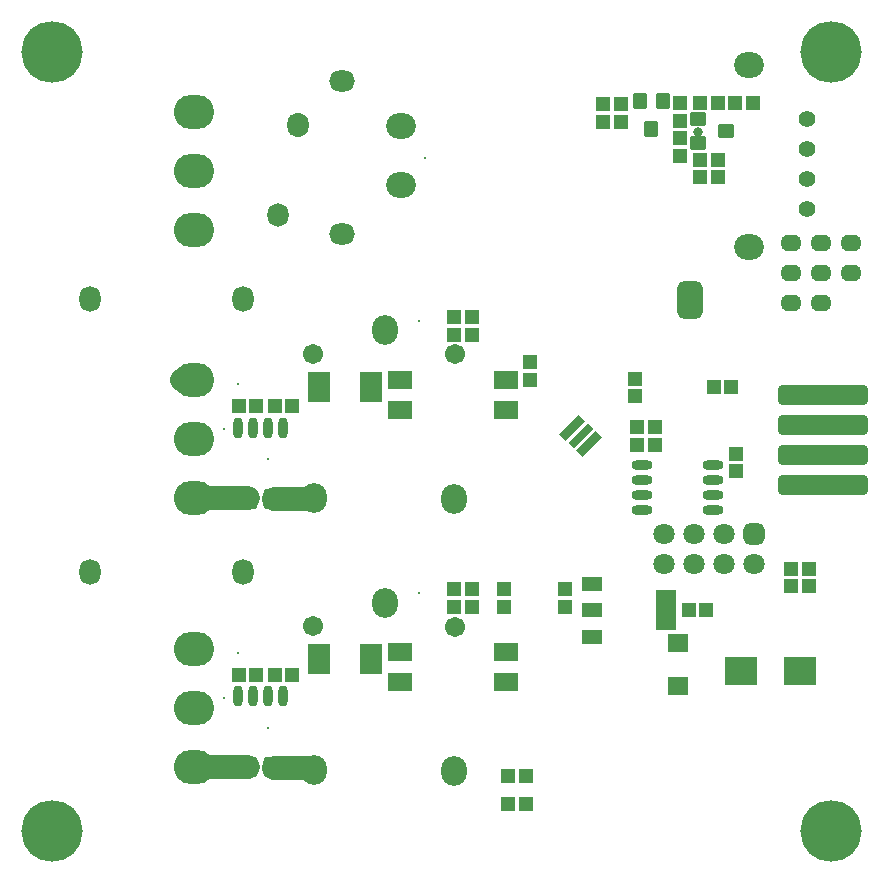
<source format=gbs>
G04 Layer_Color=16711935*
%FSLAX44Y44*%
%MOMM*%
G71*
G01*
G75*
%ADD29C,2.0000*%
G04:AMPARAMS|DCode=67|XSize=1.7272mm|YSize=7.7032mm|CornerRadius=0.4826mm|HoleSize=0mm|Usage=FLASHONLY|Rotation=90.000|XOffset=0mm|YOffset=0mm|HoleType=Round|Shape=RoundedRectangle|*
%AMROUNDEDRECTD67*
21,1,1.7272,6.7380,0,0,90.0*
21,1,0.7620,7.7032,0,0,90.0*
1,1,0.9652,3.3690,0.3810*
1,1,0.9652,3.3690,-0.3810*
1,1,0.9652,-3.3690,-0.3810*
1,1,0.9652,-3.3690,0.3810*
%
%ADD67ROUNDEDRECTD67*%
%ADD71R,1.2032X1.2032*%
G04:AMPARAMS|DCode=72|XSize=1.2032mm|YSize=1.4032mm|CornerRadius=0.2266mm|HoleSize=0mm|Usage=FLASHONLY|Rotation=180.000|XOffset=0mm|YOffset=0mm|HoleType=Round|Shape=RoundedRectangle|*
%AMROUNDEDRECTD72*
21,1,1.2032,0.9500,0,0,180.0*
21,1,0.7500,1.4032,0,0,180.0*
1,1,0.4532,-0.3750,0.4750*
1,1,0.4532,0.3750,0.4750*
1,1,0.4532,0.3750,-0.4750*
1,1,0.4532,-0.3750,-0.4750*
%
%ADD72ROUNDEDRECTD72*%
%ADD75C,0.2032*%
%ADD76O,1.8032X2.2032*%
%ADD77C,5.2032*%
%ADD78O,3.4032X2.9032*%
%ADD79C,1.4032*%
%ADD80C,1.4040*%
%ADD81O,2.2032X1.8032*%
%ADD82O,1.8032X2.0032*%
%ADD83O,1.8032X2.1032*%
%ADD84O,2.5032X2.2032*%
%ADD85C,1.8032*%
G04:AMPARAMS|DCode=86|XSize=1.8032mm|YSize=1.8032mm|CornerRadius=0.5016mm|HoleSize=0mm|Usage=FLASHONLY|Rotation=0.000|XOffset=0mm|YOffset=0mm|HoleType=Round|Shape=RoundedRectangle|*
%AMROUNDEDRECTD86*
21,1,1.8032,0.8000,0,0,0.0*
21,1,0.8000,1.8032,0,0,0.0*
1,1,1.0032,0.4000,-0.4000*
1,1,1.0032,-0.4000,-0.4000*
1,1,1.0032,-0.4000,0.4000*
1,1,1.0032,0.4000,0.4000*
%
%ADD86ROUNDEDRECTD86*%
%ADD87O,1.8032X1.4032*%
%ADD88O,2.2032X2.5032*%
%ADD89C,1.7032*%
%ADD90C,0.8032*%
%ADD91R,1.2032X1.2032*%
%ADD92O,1.8032X0.8032*%
G04:AMPARAMS|DCode=93|XSize=0.7532mm|YSize=2.3032mm|CornerRadius=0mm|HoleSize=0mm|Usage=FLASHONLY|Rotation=315.000|XOffset=0mm|YOffset=0mm|HoleType=Round|Shape=Rectangle|*
%AMROTATEDRECTD93*
4,1,4,-1.0806,-0.5480,0.5480,1.0806,1.0806,0.5480,-0.5480,-1.0806,-1.0806,-0.5480,0.0*
%
%ADD93ROTATEDRECTD93*%

G04:AMPARAMS|DCode=94|XSize=0.6532mm|YSize=2.3032mm|CornerRadius=0mm|HoleSize=0mm|Usage=FLASHONLY|Rotation=315.000|XOffset=0mm|YOffset=0mm|HoleType=Round|Shape=Rectangle|*
%AMROTATEDRECTD94*
4,1,4,-1.0453,-0.5834,0.5834,1.0453,1.0453,0.5834,-0.5834,-1.0453,-1.0453,-0.5834,0.0*
%
%ADD94ROTATEDRECTD94*%

%ADD95R,1.8032X1.5032*%
%ADD96R,2.8032X2.4032*%
%ADD97R,1.7032X1.2032*%
%ADD98R,1.7032X3.4532*%
%ADD99R,2.0032X1.5032*%
%ADD100R,1.9032X2.6032*%
%ADD101O,0.8032X1.8032*%
G04:AMPARAMS|DCode=102|XSize=1.2032mm|YSize=1.4032mm|CornerRadius=0.2266mm|HoleSize=0mm|Usage=FLASHONLY|Rotation=270.000|XOffset=0mm|YOffset=0mm|HoleType=Round|Shape=RoundedRectangle|*
%AMROUNDEDRECTD102*
21,1,1.2032,0.9500,0,0,270.0*
21,1,0.7500,1.4032,0,0,270.0*
1,1,0.4532,-0.4750,-0.3750*
1,1,0.4532,-0.4750,0.3750*
1,1,0.4532,0.4750,0.3750*
1,1,0.4532,0.4750,-0.3750*
%
%ADD102ROUNDEDRECTD102*%
G04:AMPARAMS|DCode=103|XSize=3.2032mm|YSize=2.2032mm|CornerRadius=0.6016mm|HoleSize=0mm|Usage=FLASHONLY|Rotation=90.000|XOffset=0mm|YOffset=0mm|HoleType=Round|Shape=RoundedRectangle|*
%AMROUNDEDRECTD103*
21,1,3.2032,1.0000,0,0,90.0*
21,1,2.0000,2.2032,0,0,90.0*
1,1,1.2032,0.5000,1.0000*
1,1,1.2032,0.5000,-1.0000*
1,1,1.2032,-0.5000,-1.0000*
1,1,1.2032,-0.5000,1.0000*
%
%ADD103ROUNDEDRECTD103*%
D29*
X155194Y316988D02*
X201084D01*
X223266Y316650D02*
X257144D01*
X223266Y88900D02*
X257144D01*
X155194Y89238D02*
X201084D01*
X144954Y416988D02*
X155194D01*
D67*
X687832Y404132D02*
D03*
Y378732D02*
D03*
Y353332D02*
D03*
Y327932D02*
D03*
D71*
X528320Y403218D02*
D03*
Y418218D02*
D03*
X469392Y240030D02*
D03*
Y225030D02*
D03*
X418084D02*
D03*
Y240030D02*
D03*
X440182Y416934D02*
D03*
Y431934D02*
D03*
X613918Y354718D02*
D03*
X613918Y339718D02*
D03*
X501650Y650374D02*
D03*
Y635374D02*
D03*
X517144Y635374D02*
D03*
Y650374D02*
D03*
X566420Y636644D02*
D03*
Y651644D02*
D03*
Y606672D02*
D03*
Y621672D02*
D03*
D72*
X532544Y653350D02*
D03*
X542544Y629350D02*
D03*
X552544Y653350D02*
D03*
D75*
X217678Y349758D02*
D03*
Y122174D02*
D03*
X180848Y375832D02*
D03*
X192532Y413932D02*
D03*
Y186182D02*
D03*
X180848Y148082D02*
D03*
X350774Y604774D02*
D03*
X345948Y467140D02*
D03*
Y236728D02*
D03*
D76*
X66826Y486000D02*
D03*
X196826D02*
D03*
Y254508D02*
D03*
X66826D02*
D03*
D77*
X34998Y34998D02*
D03*
Y694998D02*
D03*
X694998D02*
D03*
X694998Y34998D02*
D03*
D78*
X155194Y139238D02*
D03*
Y189238D02*
D03*
Y89238D02*
D03*
Y316988D02*
D03*
Y416988D02*
D03*
Y366988D02*
D03*
Y594238D02*
D03*
Y644238D02*
D03*
Y544238D02*
D03*
D79*
X674624Y562102D02*
D03*
Y587502D02*
D03*
Y612902D02*
D03*
D80*
Y638302D02*
D03*
D81*
X280924Y540536D02*
D03*
Y670536D02*
D03*
D82*
X226704Y557122D02*
D03*
D83*
X243704Y633122D02*
D03*
D84*
X330774Y581806D02*
D03*
Y631806D02*
D03*
X624774Y529806D02*
D03*
Y683806D02*
D03*
D85*
X604266Y260858D02*
D03*
Y286258D02*
D03*
X629666Y260858D02*
D03*
X578866Y286258D02*
D03*
Y260858D02*
D03*
X553466Y286258D02*
D03*
Y260858D02*
D03*
D86*
X629666Y286258D02*
D03*
D87*
X660400Y533400D02*
D03*
X685800D02*
D03*
Y508000D02*
D03*
X660400D02*
D03*
Y482600D02*
D03*
X685800D02*
D03*
X711200Y533400D02*
D03*
Y508000D02*
D03*
D88*
X375762Y86072D02*
D03*
X257144Y86834D02*
D03*
X317088Y228566D02*
D03*
Y458978D02*
D03*
X257144Y317246D02*
D03*
X375762Y316484D02*
D03*
D89*
X256128Y209008D02*
D03*
X376016Y208246D02*
D03*
Y438658D02*
D03*
X256128Y439420D02*
D03*
D90*
X581598Y626680D02*
D03*
D91*
X223640Y167132D02*
D03*
X238640D02*
D03*
X208160D02*
D03*
X193160D02*
D03*
X530472Y376936D02*
D03*
X545472D02*
D03*
X435998Y81788D02*
D03*
X420998D02*
D03*
X435998Y57658D02*
D03*
X420998D02*
D03*
X675774Y257302D02*
D03*
X660774D02*
D03*
X675774Y242316D02*
D03*
X660774D02*
D03*
X589160Y222250D02*
D03*
X574160D02*
D03*
X390278Y240030D02*
D03*
X375278D02*
D03*
X390278Y225044D02*
D03*
X375278D02*
D03*
X390278Y470154D02*
D03*
X375278D02*
D03*
X390278Y455168D02*
D03*
X375278D02*
D03*
X223640Y394970D02*
D03*
X238640D02*
D03*
X208160D02*
D03*
X193160D02*
D03*
X610242Y411226D02*
D03*
X595242Y411226D02*
D03*
X598558Y651764D02*
D03*
X583558D02*
D03*
X598558Y603504D02*
D03*
X583558D02*
D03*
X583558Y588518D02*
D03*
X598558D02*
D03*
X628530Y651764D02*
D03*
X613530D02*
D03*
X545472Y361696D02*
D03*
X530472D02*
D03*
D92*
X594642Y344932D02*
D03*
Y332232D02*
D03*
Y319532D02*
D03*
Y306832D02*
D03*
X534642Y344932D02*
D03*
Y332232D02*
D03*
Y319532D02*
D03*
Y306832D02*
D03*
D93*
X489671Y362499D02*
D03*
X475529Y376641D02*
D03*
D94*
X482600Y369570D02*
D03*
D95*
X564896Y194022D02*
D03*
Y158022D02*
D03*
D96*
X618382Y170434D02*
D03*
X668382D02*
D03*
D97*
X492498Y199750D02*
D03*
Y222250D02*
D03*
Y244750D02*
D03*
D98*
X554998Y222250D02*
D03*
D99*
X329650Y416814D02*
D03*
Y391414D02*
D03*
X419650D02*
D03*
Y416814D02*
D03*
Y186480D02*
D03*
Y161080D02*
D03*
X329650D02*
D03*
Y186480D02*
D03*
D100*
X260956Y410972D02*
D03*
X304956D02*
D03*
X260956Y180594D02*
D03*
X304956D02*
D03*
D101*
X231050Y89126D02*
D03*
X218350D02*
D03*
X205650D02*
D03*
X192950D02*
D03*
X231050Y149126D02*
D03*
X218350D02*
D03*
X205650D02*
D03*
X192950D02*
D03*
X231050Y316710D02*
D03*
X218350D02*
D03*
X205650D02*
D03*
X192950D02*
D03*
X231050Y376710D02*
D03*
X218350D02*
D03*
X205650D02*
D03*
X192950D02*
D03*
D102*
X581598Y617634D02*
D03*
X605598Y627634D02*
D03*
X581598Y637634D02*
D03*
D103*
X575564Y484886D02*
D03*
M02*

</source>
